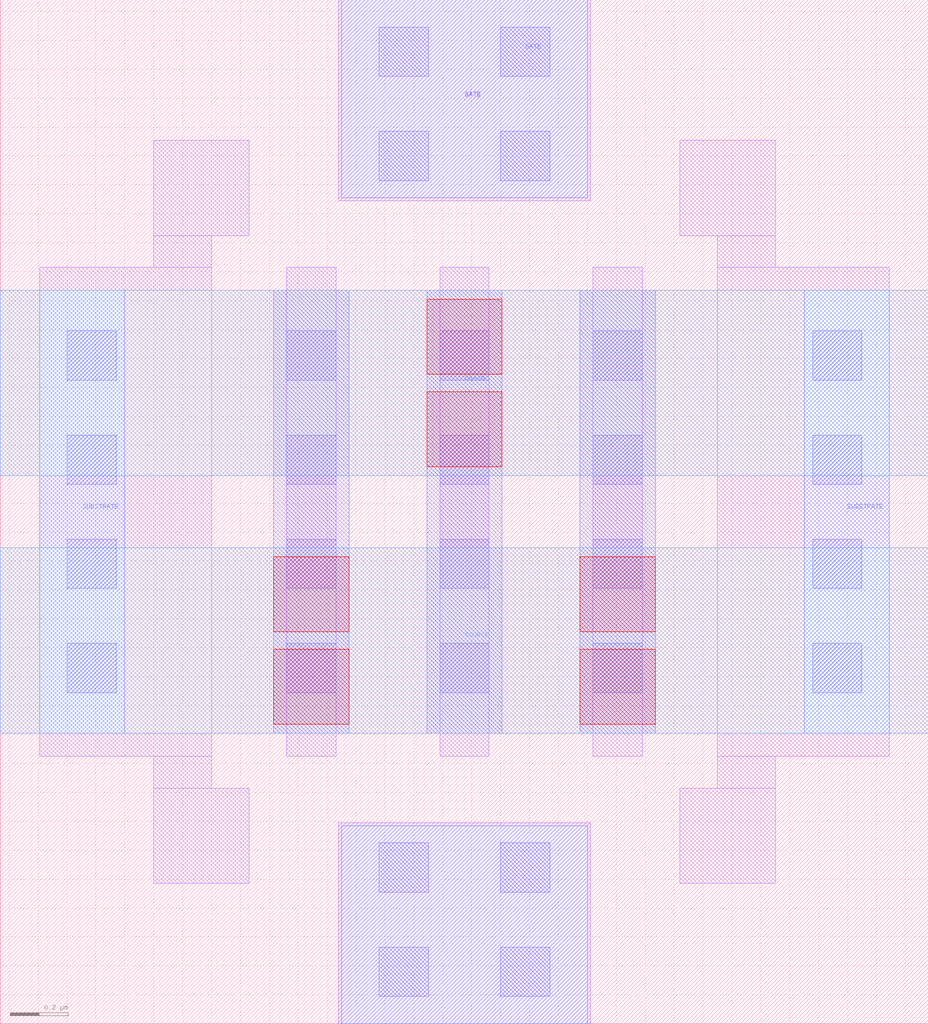
<source format=lef>
# Copyright 2020 The SkyWater PDK Authors
#
# Licensed under the Apache License, Version 2.0 (the "License");
# you may not use this file except in compliance with the License.
# You may obtain a copy of the License at
#
#     https://www.apache.org/licenses/LICENSE-2.0
#
# Unless required by applicable law or agreed to in writing, software
# distributed under the License is distributed on an "AS IS" BASIS,
# WITHOUT WARRANTIES OR CONDITIONS OF ANY KIND, either express or implied.
# See the License for the specific language governing permissions and
# limitations under the License.
#
# SPDX-License-Identifier: Apache-2.0

VERSION 5.7 ;
  NOWIREEXTENSIONATPIN ON ;
  DIVIDERCHAR "/" ;
  BUSBITCHARS "[]" ;
MACRO sky130_fd_pr__rf_nfet_01v8_lvt_cM02W1p65L0p25
  CLASS BLOCK ;
  FOREIGN sky130_fd_pr__rf_nfet_01v8_lvt_cM02W1p65L0p25 ;
  ORIGIN -0.070000  0.000000 ;
  SIZE  3.210000 BY  3.540000 ;
  PIN DRAIN
    ANTENNADIFFAREA  0.462000 ;
    PORT
      LAYER met2 ;
        RECT 0.070000 1.895000 3.280000 2.535000 ;
    END
  END DRAIN
  PIN GATE
    ANTENNAGATEAREA  0.825000 ;
    PORT
      LAYER li1 ;
        RECT 1.240000 0.000000 2.110000 0.695000 ;
        RECT 1.240000 2.845000 2.110000 3.540000 ;
      LAYER mcon ;
        RECT 1.380000 0.095000 1.550000 0.265000 ;
        RECT 1.380000 0.455000 1.550000 0.625000 ;
        RECT 1.380000 2.915000 1.550000 3.085000 ;
        RECT 1.380000 3.275000 1.550000 3.445000 ;
        RECT 1.800000 0.095000 1.970000 0.265000 ;
        RECT 1.800000 0.455000 1.970000 0.625000 ;
        RECT 1.800000 2.915000 1.970000 3.085000 ;
        RECT 1.800000 3.275000 1.970000 3.445000 ;
    END
    PORT
      LAYER met1 ;
        RECT 1.250000 0.000000 2.100000 0.685000 ;
        RECT 1.250000 2.855000 2.100000 3.540000 ;
    END
  END GATE
  PIN SOURCE
    ANTENNADIFFAREA  0.924000 ;
    PORT
      LAYER met2 ;
        RECT 0.070000 1.005000 3.280000 1.645000 ;
    END
  END SOURCE
  PIN SUBSTRATE
    ANTENNADIFFAREA  1.072500 ;
    ANTENNAGATEAREA  0.247500 ;
    PORT
      LAYER met1 ;
        RECT 0.205000 1.005000 0.500000 2.535000 ;
    END
    PORT
      LAYER met1 ;
        RECT 2.850000 1.005000 3.145000 2.535000 ;
    END
  END SUBSTRATE
  OBS
    LAYER li1 ;
      RECT 0.205000 0.925000 0.800000 2.615000 ;
      RECT 0.600000 0.485000 0.930000 0.815000 ;
      RECT 0.600000 0.815000 0.800000 0.925000 ;
      RECT 0.600000 2.615000 0.800000 2.725000 ;
      RECT 0.600000 2.725000 0.930000 3.055000 ;
      RECT 1.060000 0.925000 1.230000 2.615000 ;
      RECT 1.590000 0.925000 1.760000 2.615000 ;
      RECT 2.120000 0.925000 2.290000 2.615000 ;
      RECT 2.420000 0.485000 2.750000 0.815000 ;
      RECT 2.420000 2.725000 2.750000 3.055000 ;
      RECT 2.550000 0.815000 2.750000 0.925000 ;
      RECT 2.550000 0.925000 3.145000 2.615000 ;
      RECT 2.550000 2.615000 2.750000 2.725000 ;
    LAYER mcon ;
      RECT 0.300000 1.145000 0.470000 1.315000 ;
      RECT 0.300000 1.505000 0.470000 1.675000 ;
      RECT 0.300000 1.865000 0.470000 2.035000 ;
      RECT 0.300000 2.225000 0.470000 2.395000 ;
      RECT 1.060000 1.145000 1.230000 1.315000 ;
      RECT 1.060000 1.505000 1.230000 1.675000 ;
      RECT 1.060000 1.865000 1.230000 2.035000 ;
      RECT 1.060000 2.225000 1.230000 2.395000 ;
      RECT 1.590000 1.145000 1.760000 1.315000 ;
      RECT 1.590000 1.505000 1.760000 1.675000 ;
      RECT 1.590000 1.865000 1.760000 2.035000 ;
      RECT 1.590000 2.225000 1.760000 2.395000 ;
      RECT 2.120000 1.145000 2.290000 1.315000 ;
      RECT 2.120000 1.505000 2.290000 1.675000 ;
      RECT 2.120000 1.865000 2.290000 2.035000 ;
      RECT 2.120000 2.225000 2.290000 2.395000 ;
      RECT 2.880000 1.145000 3.050000 1.315000 ;
      RECT 2.880000 1.505000 3.050000 1.675000 ;
      RECT 2.880000 1.865000 3.050000 2.035000 ;
      RECT 2.880000 2.225000 3.050000 2.395000 ;
    LAYER met1 ;
      RECT 1.015000 1.005000 1.275000 2.535000 ;
      RECT 1.545000 1.005000 1.805000 2.535000 ;
      RECT 2.075000 1.005000 2.335000 2.535000 ;
    LAYER via ;
      RECT 1.015000 1.035000 1.275000 1.295000 ;
      RECT 1.015000 1.355000 1.275000 1.615000 ;
      RECT 1.545000 1.925000 1.805000 2.185000 ;
      RECT 1.545000 2.245000 1.805000 2.505000 ;
      RECT 2.075000 1.035000 2.335000 1.295000 ;
      RECT 2.075000 1.355000 2.335000 1.615000 ;
  END
END sky130_fd_pr__rf_nfet_01v8_lvt_cM02W1p65L0p25
END LIBRARY

</source>
